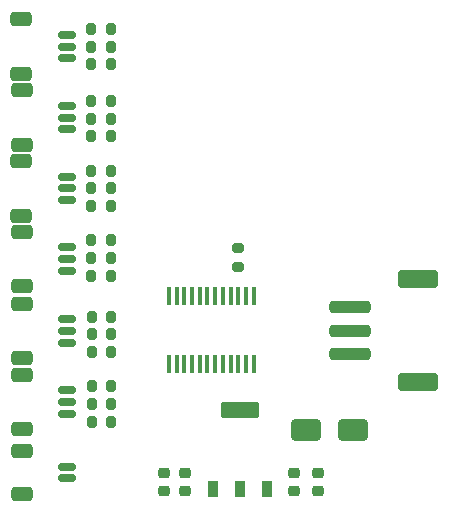
<source format=gbr>
%TF.GenerationSoftware,KiCad,Pcbnew,9.0.4*%
%TF.CreationDate,2025-08-31T21:44:59-07:00*%
%TF.ProjectId,motion-play-v4,6d6f7469-6f6e-42d7-906c-61792d76342e,rev?*%
%TF.SameCoordinates,Original*%
%TF.FileFunction,Paste,Top*%
%TF.FilePolarity,Positive*%
%FSLAX46Y46*%
G04 Gerber Fmt 4.6, Leading zero omitted, Abs format (unit mm)*
G04 Created by KiCad (PCBNEW 9.0.4) date 2025-08-31 21:44:59*
%MOMM*%
%LPD*%
G01*
G04 APERTURE LIST*
G04 Aperture macros list*
%AMRoundRect*
0 Rectangle with rounded corners*
0 $1 Rounding radius*
0 $2 $3 $4 $5 $6 $7 $8 $9 X,Y pos of 4 corners*
0 Add a 4 corners polygon primitive as box body*
4,1,4,$2,$3,$4,$5,$6,$7,$8,$9,$2,$3,0*
0 Add four circle primitives for the rounded corners*
1,1,$1+$1,$2,$3*
1,1,$1+$1,$4,$5*
1,1,$1+$1,$6,$7*
1,1,$1+$1,$8,$9*
0 Add four rect primitives between the rounded corners*
20,1,$1+$1,$2,$3,$4,$5,0*
20,1,$1+$1,$4,$5,$6,$7,0*
20,1,$1+$1,$6,$7,$8,$9,0*
20,1,$1+$1,$8,$9,$2,$3,0*%
G04 Aperture macros list end*
%ADD10RoundRect,0.150000X-0.625000X0.150000X-0.625000X-0.150000X0.625000X-0.150000X0.625000X0.150000X0*%
%ADD11RoundRect,0.250000X-0.650000X0.350000X-0.650000X-0.350000X0.650000X-0.350000X0.650000X0.350000X0*%
%ADD12RoundRect,0.200000X-0.200000X-0.275000X0.200000X-0.275000X0.200000X0.275000X-0.200000X0.275000X0*%
%ADD13RoundRect,0.225000X0.250000X-0.225000X0.250000X0.225000X-0.250000X0.225000X-0.250000X-0.225000X0*%
%ADD14RoundRect,0.200000X0.200000X0.275000X-0.200000X0.275000X-0.200000X-0.275000X0.200000X-0.275000X0*%
%ADD15RoundRect,0.250000X1.000000X0.650000X-1.000000X0.650000X-1.000000X-0.650000X1.000000X-0.650000X0*%
%ADD16RoundRect,0.069750X0.395250X-0.585250X0.395250X0.585250X-0.395250X0.585250X-0.395250X-0.585250X0*%
%ADD17RoundRect,0.098250X1.521750X-0.556750X1.521750X0.556750X-1.521750X0.556750X-1.521750X-0.556750X0*%
%ADD18RoundRect,0.200000X0.275000X-0.200000X0.275000X0.200000X-0.275000X0.200000X-0.275000X-0.200000X0*%
%ADD19RoundRect,0.051250X-0.153750X0.733750X-0.153750X-0.733750X0.153750X-0.733750X0.153750X0.733750X0*%
%ADD20RoundRect,0.250000X1.500000X-0.250000X1.500000X0.250000X-1.500000X0.250000X-1.500000X-0.250000X0*%
%ADD21RoundRect,0.250001X1.449999X-0.499999X1.449999X0.499999X-1.449999X0.499999X-1.449999X-0.499999X0*%
G04 APERTURE END LIST*
D10*
%TO.C,J10*%
X140312500Y-99700000D03*
X140312500Y-100700000D03*
D11*
X136437500Y-98400000D03*
X136437500Y-102000000D03*
%TD*%
D12*
%TO.C,R17*%
X142350000Y-82050000D03*
X144000000Y-82050000D03*
%TD*%
%TO.C,R11*%
X142325000Y-64150000D03*
X143975000Y-64150000D03*
%TD*%
%TO.C,R15*%
X142350000Y-76150000D03*
X144000000Y-76150000D03*
%TD*%
D13*
%TO.C,C2*%
X148497500Y-101775000D03*
X148497500Y-100225000D03*
%TD*%
D10*
%TO.C,J4*%
X140287500Y-63150000D03*
X140287500Y-64150000D03*
X140287500Y-65150000D03*
D11*
X136412500Y-61850000D03*
X136412500Y-66450000D03*
%TD*%
D12*
%TO.C,R19*%
X142375000Y-88500000D03*
X144025000Y-88500000D03*
%TD*%
D14*
%TO.C,R3*%
X143975000Y-65650000D03*
X142325000Y-65650000D03*
%TD*%
D12*
%TO.C,R12*%
X142350000Y-68750000D03*
X144000000Y-68750000D03*
%TD*%
%TO.C,R16*%
X142350000Y-80550000D03*
X144000000Y-80550000D03*
%TD*%
D13*
%TO.C,C1*%
X159497500Y-101775000D03*
X159497500Y-100225000D03*
%TD*%
D14*
%TO.C,R7*%
X144000000Y-83550000D03*
X142350000Y-83550000D03*
%TD*%
D10*
%TO.C,J6*%
X140287500Y-75150000D03*
X140287500Y-76150000D03*
X140287500Y-77150000D03*
D11*
X136412500Y-73850000D03*
X136412500Y-78450000D03*
%TD*%
D12*
%TO.C,R21*%
X142375000Y-94400000D03*
X144025000Y-94400000D03*
%TD*%
D14*
%TO.C,R4*%
X144000000Y-71750000D03*
X142350000Y-71750000D03*
%TD*%
%TO.C,R5*%
X144000000Y-77650000D03*
X142350000Y-77650000D03*
%TD*%
D15*
%TO.C,D1*%
X164497500Y-96600000D03*
X160497500Y-96600000D03*
%TD*%
D10*
%TO.C,J5*%
X140312500Y-69150000D03*
X140312500Y-70150000D03*
X140312500Y-71150000D03*
D11*
X136437500Y-67850000D03*
X136437500Y-72450000D03*
%TD*%
D12*
%TO.C,R14*%
X142350000Y-74650000D03*
X144000000Y-74650000D03*
%TD*%
%TO.C,R18*%
X142375000Y-87000000D03*
X144025000Y-87000000D03*
%TD*%
%TO.C,R13*%
X142350000Y-70250000D03*
X144000000Y-70250000D03*
%TD*%
D16*
%TO.C,U4*%
X152607500Y-101582500D03*
X154897500Y-101582500D03*
X157187500Y-101582500D03*
D17*
X154897500Y-94892500D03*
%TD*%
D18*
%TO.C,R6*%
X154800000Y-82825000D03*
X154800000Y-81175000D03*
%TD*%
D10*
%TO.C,J8*%
X140312500Y-87250000D03*
X140312500Y-88250000D03*
X140312500Y-89250000D03*
D11*
X136437500Y-85950000D03*
X136437500Y-90550000D03*
%TD*%
D10*
%TO.C,J9*%
X140312500Y-93250000D03*
X140312500Y-94250000D03*
X140312500Y-95250000D03*
D11*
X136437500Y-91950000D03*
X136437500Y-96550000D03*
%TD*%
D19*
%TO.C,U3*%
X156075000Y-85285000D03*
X155425000Y-85285000D03*
X154775000Y-85285000D03*
X154125000Y-85285000D03*
X153475000Y-85285000D03*
X152825000Y-85285000D03*
X152175000Y-85285000D03*
X151525000Y-85285000D03*
X150875000Y-85285000D03*
X150225000Y-85285000D03*
X149575000Y-85285000D03*
X148925000Y-85285000D03*
X148925000Y-91025000D03*
X149575000Y-91025000D03*
X150225000Y-91025000D03*
X150875000Y-91025000D03*
X151525000Y-91025000D03*
X152175000Y-91025000D03*
X152825000Y-91025000D03*
X153475000Y-91025000D03*
X154125000Y-91025000D03*
X154775000Y-91025000D03*
X155425000Y-91025000D03*
X156075000Y-91025000D03*
%TD*%
D12*
%TO.C,R20*%
X142375000Y-92900000D03*
X144025000Y-92900000D03*
%TD*%
%TO.C,R10*%
X142325000Y-62650000D03*
X143975000Y-62650000D03*
%TD*%
D13*
%TO.C,C3*%
X161497500Y-101775000D03*
X161497500Y-100225000D03*
%TD*%
D14*
%TO.C,R8*%
X144025000Y-90000000D03*
X142375000Y-90000000D03*
%TD*%
D20*
%TO.C,J3*%
X164247500Y-90200000D03*
X164247500Y-88200000D03*
X164247500Y-86200000D03*
D21*
X169997500Y-92550000D03*
X169997500Y-83850000D03*
%TD*%
D10*
%TO.C,J7*%
X140312500Y-81150000D03*
X140312500Y-82150000D03*
X140312500Y-83150000D03*
D11*
X136437500Y-79850000D03*
X136437500Y-84450000D03*
%TD*%
D13*
%TO.C,C4*%
X150297500Y-101775000D03*
X150297500Y-100225000D03*
%TD*%
D14*
%TO.C,R9*%
X144025000Y-95900000D03*
X142375000Y-95900000D03*
%TD*%
M02*

</source>
